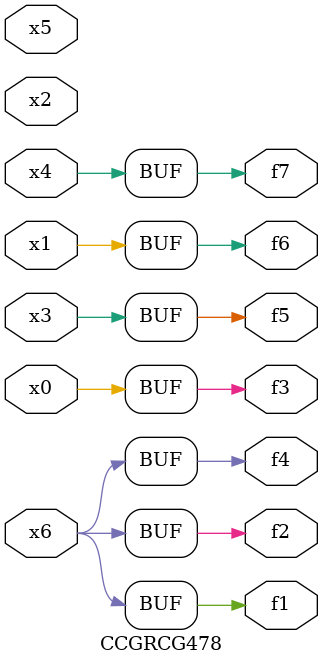
<source format=v>
module CCGRCG478(
	input x0, x1, x2, x3, x4, x5, x6,
	output f1, f2, f3, f4, f5, f6, f7
);
	assign f1 = x6;
	assign f2 = x6;
	assign f3 = x0;
	assign f4 = x6;
	assign f5 = x3;
	assign f6 = x1;
	assign f7 = x4;
endmodule

</source>
